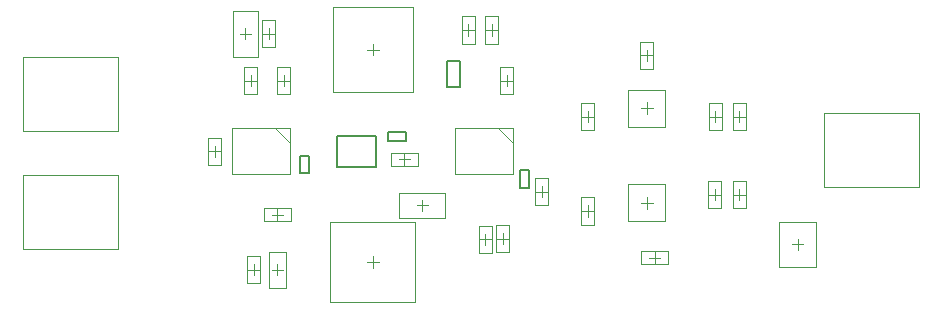
<source format=gbr>
G04*
G04 #@! TF.GenerationSoftware,Altium Limited,Altium Designer,23.8.1 (32)*
G04*
G04 Layer_Color=32768*
%FSLAX43Y43*%
%MOMM*%
G71*
G04*
G04 #@! TF.SameCoordinates,4157314E-2F8B-4695-BFB2-F8FC6B21436D*
G04*
G04*
G04 #@! TF.FilePolarity,Positive*
G04*
G01*
G75*
%ADD11C,0.100*%
%ADD12C,0.200*%
%ADD48C,0.050*%
D11*
X9077Y16250D02*
Y22550D01*
X1077Y16250D02*
X9077D01*
X1077D02*
Y22550D01*
X9077D01*
Y6250D02*
Y12550D01*
X1077Y6250D02*
X9077D01*
X1077D02*
Y12550D01*
X9077D01*
X68923Y11500D02*
Y17800D01*
X76923D01*
Y11500D02*
Y17800D01*
X68923Y11500D02*
X76923D01*
X66150Y6675D02*
X67150D01*
X66650Y6175D02*
Y7175D01*
X42577Y12677D02*
Y16573D01*
X37673Y12677D02*
X42577D01*
X37673D02*
Y16573D01*
X42577D01*
X41307D02*
X42577Y15303D01*
X23702Y12677D02*
Y16573D01*
X18798Y12677D02*
X23702D01*
X18798D02*
Y16573D01*
X23702D01*
X22432D02*
X23702Y15303D01*
X53375Y10200D02*
X54375D01*
X53875Y9700D02*
Y10700D01*
X53375Y18200D02*
X54375D01*
X53875Y17700D02*
Y18700D01*
X30200Y23175D02*
X31200D01*
X30700Y22675D02*
Y23675D01*
Y4675D02*
Y5675D01*
X30200Y5175D02*
X31200D01*
D12*
X43125Y11489D02*
X43875D01*
Y12961D01*
X43125D02*
X43875D01*
X43125Y11489D02*
Y12961D01*
X31989Y15425D02*
Y16175D01*
Y15425D02*
X33461D01*
Y16175D01*
X31989D02*
X33461D01*
X24500Y12689D02*
X25250D01*
Y14161D01*
X24500D02*
X25250D01*
X24500Y12689D02*
Y14161D01*
X36950Y19971D02*
X38100D01*
Y22229D01*
X36950D02*
X38100D01*
X36950Y19971D02*
Y22229D01*
X27700Y13200D02*
Y15850D01*
Y13200D02*
X31000D01*
Y15850D01*
X27700D02*
X31000D01*
D48*
X65050Y4775D02*
Y8575D01*
X68250Y4775D02*
Y8575D01*
X65050Y4775D02*
X68250D01*
X65050Y8575D02*
X68250D01*
X61150Y18650D02*
X62250D01*
X61150Y16350D02*
X62250D01*
Y18650D01*
X61150Y16350D02*
Y18650D01*
X61700Y17025D02*
Y17975D01*
X61225Y17500D02*
X62175D01*
X59150Y18650D02*
X60250D01*
X59150Y16350D02*
X60250D01*
Y18650D01*
X59150Y16350D02*
Y18650D01*
X59700Y17025D02*
Y17975D01*
X59225Y17500D02*
X60175D01*
X61175Y9750D02*
X62275D01*
X61175Y12050D02*
X62275D01*
X61175Y9750D02*
Y12050D01*
X62275Y9750D02*
Y12050D01*
X61725Y10425D02*
Y11375D01*
X61250Y10900D02*
X62200D01*
X52325Y8640D02*
Y11760D01*
X55425Y8640D02*
Y11760D01*
X52325D02*
X55425D01*
X52325Y8640D02*
X55425D01*
X52325Y16640D02*
Y19760D01*
X55425Y16640D02*
Y19760D01*
X52325D02*
X55425D01*
X52325Y16640D02*
X55425D01*
X27300Y26770D02*
X34100D01*
X27300Y19580D02*
X34100D01*
X27300D02*
Y26770D01*
X34100Y19580D02*
Y26770D01*
X27105Y1775D02*
Y8575D01*
X34295Y1775D02*
Y8575D01*
X27105Y1775D02*
X34295D01*
X27105Y8575D02*
X34295D01*
X59175Y10900D02*
X60125D01*
X59650Y10425D02*
Y11375D01*
X59100Y9750D02*
Y12050D01*
X60200Y9750D02*
Y12050D01*
X59100Y9750D02*
X60200D01*
X59100Y12050D02*
X60200D01*
X48400Y9500D02*
X49350D01*
X48875Y9025D02*
Y9975D01*
X48325Y8350D02*
Y10650D01*
X49425Y8350D02*
Y10650D01*
X48325Y8350D02*
X49425D01*
X48325Y10650D02*
X49425D01*
X44525Y11150D02*
X45475D01*
X45000Y10675D02*
Y11625D01*
X44450Y10000D02*
Y12300D01*
X45550Y10000D02*
Y12300D01*
X44450Y10000D02*
X45550D01*
X44450Y12300D02*
X45550D01*
X34875Y9500D02*
Y10450D01*
X34400Y9975D02*
X35350D01*
X32925Y8925D02*
X36825D01*
X32925Y11025D02*
X36825D01*
Y8925D02*
Y11025D01*
X32925Y8925D02*
Y11025D01*
X39750Y7125D02*
X40700D01*
X40225Y6650D02*
Y7600D01*
X40775Y5975D02*
Y8275D01*
X39675Y5975D02*
Y8275D01*
X40775D01*
X39675Y5975D02*
X40775D01*
X41200Y7175D02*
X42150D01*
X41675Y6700D02*
Y7650D01*
X42225Y6025D02*
Y8325D01*
X41125Y6025D02*
Y8325D01*
X42225D01*
X41125Y6025D02*
X42225D01*
X53400Y22700D02*
X54350D01*
X53875Y22225D02*
Y23175D01*
X53325Y21550D02*
Y23850D01*
X54425Y21550D02*
Y23850D01*
X53325Y21550D02*
X54425D01*
X53325Y23850D02*
X54425D01*
X41555Y20525D02*
X42505D01*
X42030Y20050D02*
Y21000D01*
X42580Y19375D02*
Y21675D01*
X41480Y19375D02*
Y21675D01*
X42580D01*
X41480Y19375D02*
X42580D01*
X16850Y14575D02*
X17800D01*
X17325Y14100D02*
Y15050D01*
X16775Y13425D02*
Y15725D01*
X17875Y13425D02*
Y15725D01*
X16775Y13425D02*
X17875D01*
X16775Y15725D02*
X17875D01*
X22680Y20525D02*
X23630D01*
X23155Y20050D02*
Y21000D01*
X23705Y19375D02*
Y21675D01*
X22605Y19375D02*
Y21675D01*
X23705D01*
X22605Y19375D02*
X23705D01*
X48400Y17500D02*
X49350D01*
X48875Y17025D02*
Y17975D01*
X48325Y16350D02*
Y18650D01*
X49425Y16350D02*
Y18650D01*
X48325Y16350D02*
X49425D01*
X48325Y18650D02*
X49425D01*
X19875Y20525D02*
X20825D01*
X20350Y20050D02*
Y21000D01*
X19800Y19375D02*
Y21675D01*
X20900Y19375D02*
Y21675D01*
X19800Y19375D02*
X20900D01*
X19800Y21675D02*
X20900D01*
X38285Y24825D02*
X39235D01*
X38760Y24350D02*
Y25300D01*
X38210Y23675D02*
Y25975D01*
X39310Y23675D02*
Y25975D01*
X38210Y23675D02*
X39310D01*
X38210Y25975D02*
X39310D01*
X20065Y5675D02*
X21165D01*
X20065Y3375D02*
X21165D01*
Y5675D01*
X20065Y3375D02*
Y5675D01*
X20615Y4050D02*
Y5000D01*
X20140Y4525D02*
X21090D01*
X54575Y5075D02*
Y6025D01*
X54100Y5550D02*
X55050D01*
X53425Y5000D02*
X55725D01*
X53425Y6100D02*
X55725D01*
Y5000D02*
Y6100D01*
X53425Y5000D02*
Y6100D01*
X40285Y24825D02*
X41235D01*
X40760Y24350D02*
Y25300D01*
X41310Y23675D02*
Y25975D01*
X40210Y23675D02*
Y25975D01*
X41310D01*
X40210Y23675D02*
X41310D01*
X19410Y24525D02*
X20360D01*
X19885Y24050D02*
Y25000D01*
X18835Y22575D02*
Y26475D01*
X20935Y22575D02*
Y26475D01*
X18835Y22575D02*
X20935D01*
X18835Y26475D02*
X20935D01*
X21410Y24525D02*
X22360D01*
X21885Y24050D02*
Y25000D01*
X22435Y23375D02*
Y25675D01*
X21335Y23375D02*
Y25675D01*
X22435D01*
X21335Y23375D02*
X22435D01*
X22600Y8700D02*
Y9650D01*
X22125Y9175D02*
X23075D01*
X21450Y8625D02*
X23750D01*
X21450Y9725D02*
X23750D01*
Y8625D02*
Y9725D01*
X21450Y8625D02*
Y9725D01*
X32200Y13325D02*
Y14425D01*
X34500Y13325D02*
Y14425D01*
X32200D02*
X34500D01*
X32200Y13325D02*
X34500D01*
X32875Y13875D02*
X33825D01*
X33350Y13400D02*
Y14350D01*
X22140Y4525D02*
X23090D01*
X22615Y4050D02*
Y5000D01*
X23365Y3025D02*
Y6025D01*
X21865Y3025D02*
Y6025D01*
X23365D01*
X21865Y3025D02*
X23365D01*
M02*

</source>
